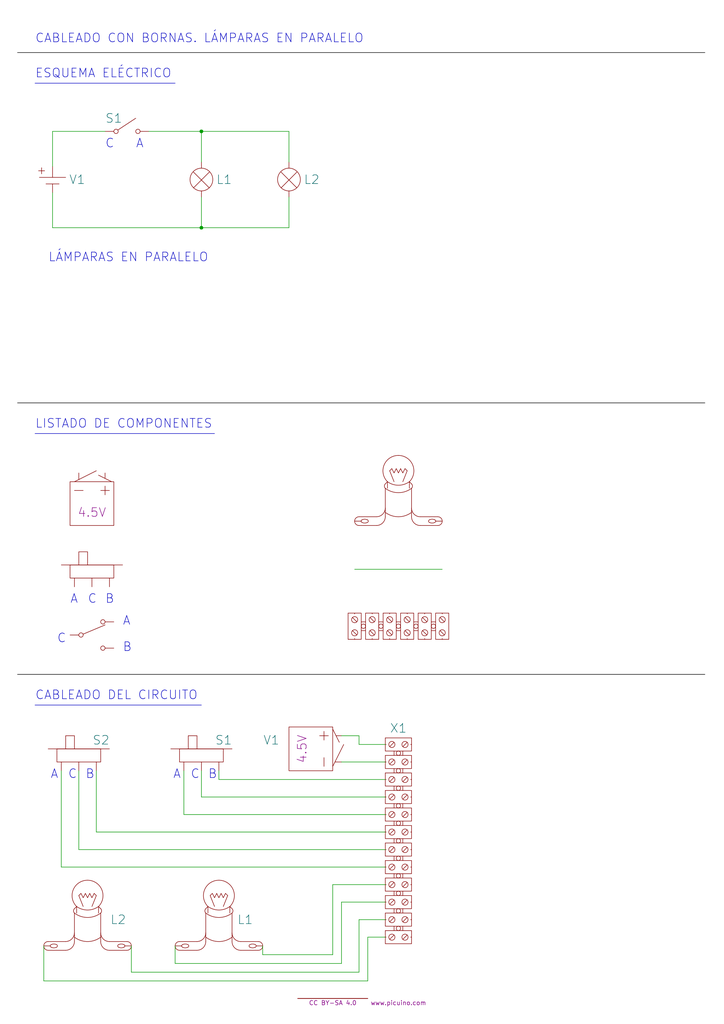
<source format=kicad_sch>
(kicad_sch (version 20211123) (generator eeschema)
  (paper "A4" portrait)
  (title_block (title "CABLEADO CON BORNAS. LÁMPARAS EN PARALELO") (date "14/12/2018") (company "www.picuino.com") (comment 1 "Copyright (c) 2018 by Carlos Pardo") (comment 2 "License CC BY-SA 4.0"))
  (lib_symbols
    (symbol "simbolos:CopyRight" (pin_names (offset 1.016))
      (property "License" "CC BY-SA 4.0" (at -1.27 -1.27 0))
      (property "Web" "www.picuino.com" (at 0 -1.27 0))
      (symbol "CopyRight_0_1"
        (polyline (pts (xy -10.16 0) (xy 10.16 0)) (stroke (width 0.2032)))
      )
    )
    (symbol "simbolos:Pila" (pin_names (offset 1.016))
      (property "Reference" "V" (at 5.08 -4.445 0))
      (symbol "Pila_0_1"
        (polyline (pts (xy -4.064 -1.27) (xy -2.286 -1.27)))
        (polyline (pts (xy -3.81 -3.175) (xy 3.81 -3.175)))
        (polyline (pts (xy -3.175 -0.381) (xy -3.175 -2.159)))
        (polyline (pts (xy -1.905 -5.08) (xy 1.905 -5.08)))
      )
      (symbol "Pila_1_1"
        (pin input line (at 0 -7.62 90) (length 2.54) (name "") (number ""))
        (pin input line (at 0 0 270) (length 3.175) (name "") (number ""))
      )
    )
    (symbol "simbolos:borna_12x2" (pin_names (offset 1.016))
      (property "Reference" "X" (at 3.81 3.81 0))
      (symbol "borna_12x2_0_1"
        (rectangle (start 0 -53.975) (end 7.62 -57.785))
        (rectangle (start 0 -48.895) (end 7.62 -52.705))
        (rectangle (start 0 -43.815) (end 7.62 -47.625))
        (rectangle (start 0 -38.735) (end 7.62 -42.545))
        (rectangle (start 0 -33.655) (end 7.62 -37.465))
        (rectangle (start 0 -28.575) (end 7.62 -32.385))
        (rectangle (start 0 -23.495) (end 7.62 -27.305))
        (rectangle (start 0 -18.415) (end 7.62 -22.225))
        (rectangle (start 0 -13.335) (end 7.62 -17.145))
        (rectangle (start 0 -8.255) (end 7.62 -12.065))
        (rectangle (start 0 -3.175) (end 7.62 -6.985))
        (polyline (pts (xy 1.27 -56.515) (xy 2.54 -55.245)))
        (polyline (pts (xy 1.27 -51.435) (xy 2.54 -50.165)))
        (polyline (pts (xy 1.27 -46.355) (xy 2.54 -45.085)))
        (polyline (pts (xy 1.27 -41.275) (xy 2.54 -40.005)))
        (polyline (pts (xy 1.27 -36.195) (xy 2.54 -34.925)))
        (polyline (pts (xy 1.27 -31.115) (xy 2.54 -29.845)))
        (polyline (pts (xy 1.27 -26.035) (xy 2.54 -24.765)))
        (polyline (pts (xy 1.27 -20.955) (xy 2.54 -19.685)))
        (polyline (pts (xy 1.27 -15.875) (xy 2.54 -14.605)))
        (polyline (pts (xy 1.27 -10.795) (xy 2.54 -9.525)))
        (polyline (pts (xy 1.27 -5.715) (xy 2.54 -4.445)))
        (polyline (pts (xy 1.27 -0.635) (xy 2.54 0.635)))
        (polyline (pts (xy 2.54 -53.975) (xy 2.54 -52.705)))
        (polyline (pts (xy 2.54 -48.895) (xy 2.54 -47.625)))
        (polyline (pts (xy 2.54 -43.815) (xy 2.54 -42.545)))
        (polyline (pts (xy 2.54 -38.735) (xy 2.54 -37.465)))
        (polyline (pts (xy 2.54 -33.655) (xy 2.54 -32.385)))
        (polyline (pts (xy 2.54 -28.575) (xy 2.54 -27.305)))
        (polyline (pts (xy 2.54 -23.495) (xy 2.54 -22.225)))
        (polyline (pts (xy 2.54 -18.415) (xy 2.54 -17.145)))
        (polyline (pts (xy 2.54 -13.335) (xy 2.54 -12.065)))
        (polyline (pts (xy 2.54 -8.255) (xy 2.54 -6.985)))
        (polyline (pts (xy 2.54 -3.175) (xy 2.54 -1.905)))
        (polyline (pts (xy 5.08 -56.515) (xy 6.35 -55.245)))
        (polyline (pts (xy 5.08 -53.975) (xy 5.08 -52.705)))
        (polyline (pts (xy 5.08 -51.435) (xy 6.35 -50.165)))
        (polyline (pts (xy 5.08 -48.895) (xy 5.08 -47.625)))
        (polyline (pts (xy 5.08 -46.355) (xy 6.35 -45.085)))
        (polyline (pts (xy 5.08 -43.815) (xy 5.08 -42.545)))
        (polyline (pts (xy 5.08 -41.275) (xy 6.35 -40.005)))
        (polyline (pts (xy 5.08 -38.735) (xy 5.08 -37.465)))
        (polyline (pts (xy 5.08 -36.195) (xy 6.35 -34.925)))
        (polyline (pts (xy 5.08 -33.655) (xy 5.08 -32.385)))
        (polyline (pts (xy 5.08 -31.115) (xy 6.35 -29.845)))
        (polyline (pts (xy 5.08 -28.575) (xy 5.08 -27.305)))
        (polyline (pts (xy 5.08 -26.035) (xy 6.35 -24.765)))
        (polyline (pts (xy 5.08 -23.495) (xy 5.08 -22.225)))
        (polyline (pts (xy 5.08 -20.955) (xy 6.35 -19.685)))
        (polyline (pts (xy 5.08 -18.415) (xy 5.08 -17.145)))
        (polyline (pts (xy 5.08 -15.875) (xy 6.35 -14.605)))
        (polyline (pts (xy 5.08 -13.335) (xy 5.08 -12.065)))
        (polyline (pts (xy 5.08 -10.795) (xy 6.35 -9.525)))
        (polyline (pts (xy 5.08 -8.255) (xy 5.08 -6.985)))
        (polyline (pts (xy 5.08 -5.715) (xy 6.35 -4.445)))
        (polyline (pts (xy 5.08 -3.175) (xy 5.08 -1.905)))
        (polyline (pts (xy 5.08 -0.635) (xy 6.35 0.635)))
        (rectangle (start 0 1.905) (end 7.62 -1.905))
        (circle (center 1.905 -55.88) (radius 0.889))
        (circle (center 1.905 -50.8) (radius 0.889))
        (circle (center 1.905 -45.72) (radius 0.889))
        (circle (center 1.905 -40.64) (radius 0.889))
        (circle (center 1.905 -35.56) (radius 0.889))
        (circle (center 1.905 -30.48) (radius 0.889))
        (circle (center 1.905 -25.4) (radius 0.889))
        (circle (center 1.905 -20.32) (radius 0.889))
        (circle (center 1.905 -15.24) (radius 0.889))
        (circle (center 1.905 -10.16) (radius 0.889))
        (circle (center 1.905 -5.08) (radius 0.889))
        (circle (center 1.905 0) (radius 0.889))
        (circle (center 3.81 -53.34) (radius 0.635))
        (circle (center 3.81 -48.26) (radius 0.635))
        (circle (center 3.81 -43.18) (radius 0.635))
        (circle (center 3.81 -38.1) (radius 0.635))
        (circle (center 3.81 -33.02) (radius 0.635))
        (circle (center 3.81 -27.94) (radius 0.635))
        (circle (center 3.81 -22.86) (radius 0.635))
        (circle (center 3.81 -17.78) (radius 0.635))
        (circle (center 3.81 -12.7) (radius 0.635))
        (circle (center 3.81 -7.62) (radius 0.635))
        (circle (center 3.81 -2.54) (radius 0.635))
        (circle (center 5.715 -55.88) (radius 0.889))
        (circle (center 5.715 -50.8) (radius 0.889))
        (circle (center 5.715 -45.72) (radius 0.889))
        (circle (center 5.715 -40.64) (radius 0.889))
        (circle (center 5.715 -35.56) (radius 0.889))
        (circle (center 5.715 -30.48) (radius 0.889))
        (circle (center 5.715 -25.4) (radius 0.889))
        (circle (center 5.715 -20.32) (radius 0.889))
        (circle (center 5.715 -15.24) (radius 0.889))
        (circle (center 5.715 -10.16) (radius 0.889))
        (circle (center 5.715 -5.08) (radius 0.889))
        (circle (center 5.715 0) (radius 0.889))
      )
      (symbol "borna_12x2_1_1"
        (pin input line (at 0 -55.88 0) (length 0.254) (name "") (number ""))
        (pin input line (at 0 -50.8 0) (length 0.254) (name "") (number ""))
        (pin input line (at 0 -45.72 0) (length 0.254) (name "") (number ""))
        (pin input line (at 0 -40.64 0) (length 0.254) (name "") (number ""))
        (pin input line (at 0 -35.56 0) (length 0.254) (name "") (number ""))
        (pin input line (at 0 -30.48 0) (length 0.254) (name "") (number ""))
        (pin input line (at 0 -25.4 0) (length 0.254) (name "") (number ""))
        (pin input line (at 0 -20.32 0) (length 0.254) (name "") (number ""))
        (pin input line (at 0 -15.24 0) (length 0.254) (name "") (number ""))
        (pin input line (at 0 -10.16 0) (length 0.254) (name "") (number ""))
        (pin input line (at 0 -5.08 0) (length 0.254) (name "") (number ""))
        (pin input line (at 0 0 0) (length 0.254) (name "") (number ""))
        (pin input line (at 7.62 -55.88 180) (length 0.254) (name "") (number ""))
        (pin input line (at 7.62 -50.8 180) (length 0.254) (name "") (number ""))
        (pin input line (at 7.62 -45.72 180) (length 0.254) (name "") (number ""))
        (pin input line (at 7.62 -40.64 180) (length 0.254) (name "") (number ""))
        (pin input line (at 7.62 -35.56 180) (length 0.254) (name "") (number ""))
        (pin input line (at 7.62 -30.48 180) (length 0.254) (name "") (number ""))
        (pin input line (at 7.62 -25.4 180) (length 0.254) (name "") (number ""))
        (pin input line (at 7.62 -20.32 180) (length 0.254) (name "") (number ""))
        (pin input line (at 7.62 -15.24 180) (length 0.254) (name "") (number ""))
        (pin input line (at 7.62 -10.16 180) (length 0.254) (name "") (number ""))
        (pin input line (at 7.62 -5.08 180) (length 0.254) (name "") (number ""))
        (pin input line (at 7.62 0 180) (length 0.254) (name "") (number ""))
      )
    )
    (symbol "simbolos:borna_6x2" (pin_names (offset 1.016))
      (property "Reference" "X" (at 3.81 3.81 0))
      (symbol "borna_6x2_0_1"
        (rectangle (start 0 -23.495) (end 7.62 -27.305))
        (rectangle (start 0 -18.415) (end 7.62 -22.225))
        (rectangle (start 0 -13.335) (end 7.62 -17.145))
        (rectangle (start 0 -8.255) (end 7.62 -12.065))
        (rectangle (start 0 -3.175) (end 7.62 -6.985))
        (polyline (pts (xy 1.27 -26.035) (xy 2.54 -24.765)))
        (polyline (pts (xy 1.27 -20.955) (xy 2.54 -19.685)))
        (polyline (pts (xy 1.27 -15.875) (xy 2.54 -14.605)))
        (polyline (pts (xy 1.27 -10.795) (xy 2.54 -9.525)))
        (polyline (pts (xy 1.27 -5.715) (xy 2.54 -4.445)))
        (polyline (pts (xy 1.27 -0.635) (xy 2.54 0.635)))
        (polyline (pts (xy 2.54 -23.495) (xy 2.54 -22.225)))
        (polyline (pts (xy 2.54 -18.415) (xy 2.54 -17.145)))
        (polyline (pts (xy 2.54 -13.335) (xy 2.54 -12.065)))
        (polyline (pts (xy 2.54 -8.255) (xy 2.54 -6.985)))
        (polyline (pts (xy 2.54 -3.175) (xy 2.54 -1.905)))
        (polyline (pts (xy 5.08 -26.035) (xy 6.35 -24.765)))
        (polyline (pts (xy 5.08 -23.495) (xy 5.08 -22.225)))
        (polyline (pts (xy 5.08 -20.955) (xy 6.35 -19.685)))
        (polyline (pts (xy 5.08 -18.415) (xy 5.08 -17.145)))
        (polyline (pts (xy 5.08 -15.875) (xy 6.35 -14.605)))
        (polyline (pts (xy 5.08 -13.335) (xy 5.08 -12.065)))
        (polyline (pts (xy 5.08 -10.795) (xy 6.35 -9.525)))
        (polyline (pts (xy 5.08 -8.255) (xy 5.08 -6.985)))
        (polyline (pts (xy 5.08 -5.715) (xy 6.35 -4.445)))
        (polyline (pts (xy 5.08 -3.175) (xy 5.08 -1.905)))
        (polyline (pts (xy 5.08 -0.635) (xy 6.35 0.635)))
        (rectangle (start 0 1.905) (end 7.62 -1.905))
        (circle (center 1.905 -25.4) (radius 0.889))
        (circle (center 1.905 -20.32) (radius 0.889))
        (circle (center 1.905 -15.24) (radius 0.889))
        (circle (center 1.905 -10.16) (radius 0.889))
        (circle (center 1.905 -5.08) (radius 0.889))
        (circle (center 1.905 0) (radius 0.889))
        (circle (center 3.81 -22.86) (radius 0.635))
        (circle (center 3.81 -17.78) (radius 0.635))
        (circle (center 3.81 -12.7) (radius 0.635))
        (circle (center 3.81 -7.62) (radius 0.635))
        (circle (center 3.81 -2.54) (radius 0.635))
        (circle (center 5.715 -25.4) (radius 0.889))
        (circle (center 5.715 -20.32) (radius 0.889))
        (circle (center 5.715 -15.24) (radius 0.889))
        (circle (center 5.715 -10.16) (radius 0.889))
        (circle (center 5.715 -5.08) (radius 0.889))
        (circle (center 5.715 0) (radius 0.889))
      )
      (symbol "borna_6x2_1_1"
        (pin input line (at 0 -25.4 0) (length 0.254) (name "") (number ""))
        (pin input line (at 0 -20.32 0) (length 0.254) (name "") (number ""))
        (pin input line (at 0 -15.24 0) (length 0.254) (name "") (number ""))
        (pin input line (at 0 -10.16 0) (length 0.254) (name "") (number ""))
        (pin input line (at 0 -5.08 0) (length 0.254) (name "") (number ""))
        (pin input line (at 0 0 0) (length 0.254) (name "") (number ""))
        (pin input line (at 7.62 -25.4 180) (length 0.254) (name "") (number ""))
        (pin input line (at 7.62 -20.32 180) (length 0.254) (name "") (number ""))
        (pin input line (at 7.62 -15.24 180) (length 0.254) (name "") (number ""))
        (pin input line (at 7.62 -10.16 180) (length 0.254) (name "") (number ""))
        (pin input line (at 7.62 -5.08 180) (length 0.254) (name "") (number ""))
        (pin input line (at 7.62 0 180) (length 0.254) (name "") (number ""))
      )
    )
    (symbol "simbolos:conmutador" (pin_names (offset 1.016))
      (property "Reference" "S" (at 4.445 3.175 0))
      (symbol "conmutador_0_0"
        (circle (center 3.175 0) (radius 0.635))
        (circle (center 9.525 -3.81) (radius 0.635))
        (circle (center 9.525 3.81) (radius 0.635))
      )
      (symbol "conmutador_0_1"
        (polyline (pts (xy 10.16 2.921) (xy 3.81 0.254)))
      )
      (symbol "conmutador_1_1"
        (pin input line (at 0 0 0) (length 2.54) (name "") (number ""))
        (pin input line (at 12.7 -3.81 180) (length 2.54) (name "") (number ""))
        (pin input line (at 12.7 3.81 180) (length 2.54) (name "") (number ""))
      )
    )
    (symbol "simbolos:interruptor" (pin_names (offset 1.016))
      (property "Reference" "S" (at 4.445 3.175 0))
      (symbol "interruptor_0_0"
        (polyline (pts (xy 8.89 3.81) (xy 3.683 0.381)))
        (circle (center 3.175 0) (radius 0.635))
        (circle (center 9.525 0) (radius 0.635))
      )
      (symbol "interruptor_1_1"
        (pin input line (at 0 0 0) (length 2.54) (name "") (number ""))
        (pin input line (at 12.7 0 180) (length 2.54) (name "") (number ""))
      )
    )
    (symbol "simbolos:lampara" (pin_names (offset 1.016))
      (property "Reference" "L" (at 4.445 -5.08 0))
      (symbol "lampara_0_1"
        (circle (center 0 -5.08) (radius 3.302))
        (polyline (pts (xy -2.286 -7.493) (xy 2.286 -2.921)))
        (polyline (pts (xy -2.286 -2.921) (xy 2.286 -7.493)))
      )
      (symbol "lampara_1_1"
        (pin input line (at 0 -10.16 90) (length 1.778) (name "") (number ""))
        (pin input line (at 0 0 270) (length 1.778) (name "") (number ""))
      )
    )
    (symbol "simbolos:lampara_pack" (pin_names (offset 1.016))
      (property "Reference" "L" (at 17.78 6.35 0))
      (symbol "lampara_pack_0_1"
        (polyline (pts (xy 1.27 -1.27) (xy 6.35 -1.27)))
        (polyline (pts (xy 6.35 1.27) (xy 1.27 1.27)))
        (polyline (pts (xy 8.89 1.27) (xy 8.89 9.525)))
        (polyline (pts (xy 8.89 10.795) (xy 9.525 11.43)))
        (polyline (pts (xy 9.525 11.43) (xy 9.525 9.525)))
        (polyline (pts (xy 11.43 11.43) (xy 10.16 14.605)))
        (polyline (pts (xy 13.97 11.43) (xy 15.24 14.605)))
        (polyline (pts (xy 15.875 11.43) (xy 15.875 9.525)))
        (polyline (pts (xy 16.51 1.27) (xy 16.51 9.525)))
        (polyline (pts (xy 16.51 10.795) (xy 15.875 11.43)))
        (polyline (pts (xy 19.05 1.27) (xy 24.13 1.27)))
        (polyline (pts (xy 24.13 -1.27) (xy 19.05 -1.27)))
        (polyline (pts (xy 10.16 14.605) (xy 10.795 15.24) (xy 11.43 13.97) (xy 12.065 15.24) (xy 12.7 13.97) (xy 13.335 15.24) (xy 13.97 13.97) (xy 14.605 15.24) (xy 15.24 14.605)))
        (arc (start 1.27 1.27) (mid 0 0) (end 1.27 -1.27))
        (arc (start 2.159 -0.381) (mid 2.921 -0.5609) (end 3.683 -0.381))
        (arc (start 2.159 0.381) (mid 1.8844 0) (end 2.159 -0.381))
        (arc (start 3.683 -0.381) (mid 3.9576 0) (end 3.683 0.381))
        (arc (start 3.683 0.381) (mid 2.921 0.5609) (end 2.159 0.381))
        (arc (start 6.35 -1.27) (mid 8.1297 -0.5171) (end 8.89 1.27))
        (arc (start 6.35 1.27) (mid 8.1297 2.0229) (end 8.89 3.81))
        (arc (start 8.89 2.54) (mid 12.7 1.27) (end 16.51 2.54))
        (arc (start 8.89 9.525) (mid 12.7 8.255) (end 16.51 9.525))
        (arc (start 8.89 10.795) (mid 8.627 10.16) (end 8.89 9.525))
        (arc (start 9.525 11.43) (mid 12.7 10.4125) (end 15.875 11.43))
        (arc (start 12.7 19.05) (mid 8.5493 16.3021) (end 9.525 11.43))
        (arc (start 15.875 11.43) (mid 16.8357 16.2958) (end 12.7 19.05))
        (arc (start 16.51 1.27) (mid 17.2523 -0.5349) (end 19.05 -1.27))
        (arc (start 16.51 3.81) (mid 17.2523 2.0051) (end 19.05 1.27))
        (arc (start 16.51 9.525) (mid 16.773 10.16) (end 16.51 10.795))
        (arc (start 21.717 -0.381) (mid 22.479 -0.5609) (end 23.241 -0.381))
        (arc (start 21.717 0.381) (mid 21.4424 0) (end 21.717 -0.381))
        (arc (start 23.241 -0.381) (mid 23.5156 0) (end 23.241 0.381))
        (arc (start 23.241 0.381) (mid 22.479 0.5609) (end 21.717 0.381))
        (arc (start 24.13 -1.27) (mid 25.4 0) (end 24.13 1.27))
      )
      (symbol "lampara_pack_1_1"
        (pin input line (at 0 0 0) (length 1.905) (name "") (number ""))
        (pin input line (at 25.4 0 180) (length 1.905) (name "") (number ""))
      )
    )
    (symbol "simbolos:pila_petaca" (pin_names (offset 1.016))
      (property "Reference" "V" (at 11.43 -8.89 0))
      (property "V" "4.5V" (at 3.81 -12.7 0))
      (symbol "pila_petaca_0_1"
        (rectangle (start -2.54 -2.54) (end 10.16 -15.24))
        (polyline (pts (xy -1.27 -5.08) (xy 1.27 -5.08)))
        (polyline (pts (xy -1.27 -2.54) (xy 5.08 0.635)))
        (polyline (pts (xy 7.62 -3.81) (xy 7.62 -6.35)))
        (polyline (pts (xy 8.89 -5.08) (xy 6.35 -5.08)))
        (polyline (pts (xy 9.525 -2.54) (xy 5.715 -0.635)))
      )
      (symbol "pila_petaca_1_1"
        (pin input line (at 0 0 270) (length 1.905) (name "") (number ""))
        (pin input line (at 7.62 0 270) (length 1.524) (name "") (number ""))
      )
    )
    (symbol "simbolos:selector_pack" (pin_names (offset 1.016))
      (property "Reference" "S" (at 11.43 8.89 0))
      (symbol "selector_pack_0_1"
        (rectangle (start -1.27 6.35) (end 11.43 2.54))
        (polyline (pts (xy 13.97 6.35) (xy -3.81 6.35)))
        (polyline (pts (xy 1.27 6.35) (xy 1.27 10.16) (xy 3.81 10.16) (xy 3.81 6.35)))
      )
      (symbol "selector_pack_1_1"
        (pin input line (at 0 0 90) (length 2.54) (name "") (number ""))
        (pin input line (at 5.08 0 90) (length 2.54) (name "") (number ""))
        (pin input line (at 10.16 0 90) (length 2.54) (name "") (number ""))
      )
    )
  )
  (junction (at 58.42 66.04))
  (junction (at 58.42 38.1))
  (wire (pts (xy 38.1 281.94) (xy 104.14 281.94)))
  (wire (pts (xy 15.24 48.26) (xy 15.24 38.1)))
  (wire (pts (xy 104.14 266.7) (xy 111.76 266.7)))
  (wire (pts (xy 58.42 66.04) (xy 83.82 66.04)))
  (wire (pts (xy 12.7 284.48) (xy 12.7 274.32)))
  (wire (pts (xy 76.2 274.32) (xy 76.2 276.86)))
  (wire (pts (xy 58.42 231.14) (xy 111.76 231.14)))
  (wire (pts (xy 99.06 220.98) (xy 111.76 220.98)))
  (wire (pts (xy 50.8 274.32) (xy 50.8 279.4)))
  (polyline (pts (xy 5.08 116.84) (xy 204.47 116.84)) (stroke (width 0) (type solid) (color 0 0 0 1)))
  (wire (pts (xy 106.68 284.48) (xy 12.7 284.48)))
  (wire (pts (xy 63.5 226.06) (xy 63.5 223.52)))
  (wire (pts (xy 111.76 236.22) (xy 53.34 236.22)))
  (wire (pts (xy 111.76 241.3) (xy 27.94 241.3)))
  (wire (pts (xy 102.87 165.1) (xy 128.27 165.1)))
  (wire (pts (xy 15.24 66.04) (xy 15.24 55.88)))
  (wire (pts (xy 104.14 266.7) (xy 104.14 281.94)))
  (wire (pts (xy 76.2 276.86) (xy 96.52 276.86)))
  (wire (pts (xy 83.82 66.04) (xy 83.82 57.15)))
  (wire (pts (xy 50.8 279.4) (xy 99.06 279.4)))
  (wire (pts (xy 111.76 226.06) (xy 63.5 226.06)))
  (polyline (pts (xy 10.16 24.13) (xy 50.8 24.13)) (stroke (width 0) (type solid)))
  (wire (pts (xy 99.06 261.62) (xy 111.76 261.62)))
  (wire (pts (xy 111.76 271.78) (xy 106.68 271.78)))
  (polyline (pts (xy 10.16 125.73) (xy 62.23 125.73)) (stroke (width 0) (type solid)))
  (wire (pts (xy 96.52 256.54) (xy 111.76 256.54)))
  (wire (pts (xy 43.18 38.1) (xy 58.42 38.1)))
  (wire (pts (xy 17.78 223.52) (xy 17.78 251.46)))
  (wire (pts (xy 104.14 215.9) (xy 104.14 213.36)))
  (wire (pts (xy 22.86 246.38) (xy 111.76 246.38)))
  (wire (pts (xy 58.42 223.52) (xy 58.42 231.14)))
  (wire (pts (xy 99.06 261.62) (xy 99.06 279.4)))
  (wire (pts (xy 58.42 38.1) (xy 83.82 38.1)))
  (wire (pts (xy 106.68 271.78) (xy 106.68 284.48)))
  (wire (pts (xy 53.34 236.22) (xy 53.34 223.52)))
  (wire (pts (xy 58.42 57.15) (xy 58.42 66.04)))
  (wire (pts (xy 15.24 66.04) (xy 58.42 66.04)))
  (wire (pts (xy 38.1 274.32) (xy 38.1 281.94)))
  (polyline (pts (xy 5.08 15.24) (xy 204.47 15.24)) (stroke (width 0) (type solid) (color 0 0 0 1)))
  (wire (pts (xy 15.24 38.1) (xy 30.48 38.1)))
  (wire (pts (xy 96.52 256.54) (xy 96.52 276.86)))
  (polyline (pts (xy 10.16 204.47) (xy 58.42 204.47)) (stroke (width 0) (type solid)))
  (wire (pts (xy 104.14 215.9) (xy 111.76 215.9)))
  (wire (pts (xy 83.82 38.1) (xy 83.82 46.99)))
  (wire (pts (xy 104.14 213.36) (xy 99.06 213.36)))
  (wire (pts (xy 111.76 251.46) (xy 17.78 251.46)))
  (wire (pts (xy 27.94 241.3) (xy 27.94 223.52)))
  (wire (pts (xy 22.86 223.52) (xy 22.86 246.38)))
  (polyline (pts (xy 5.08 195.58) (xy 204.47 195.58)) (stroke (width 0) (type solid) (color 0 0 0 1)))
  (wire (pts (xy 58.42 46.99) (xy 58.42 38.1)))
  (text "B" (at 30.48 175.26 0) (effects (font (size 2.54 2.54)) (justify left bottom)))
  (text "B" (at 60.325 226.06 0) (effects (font (size 2.54 2.54)) (justify left bottom)))
  (text "ESQUEMA ELÉCTRICO" (at 10.16 22.86 0) (effects (font (size 2.54 2.54)) (justify left bottom)))
  (text "A" (at 50.165 226.06 0) (effects (font (size 2.54 2.54)) (justify left bottom)))
  (text "C" (at 55.245 226.06 0) (effects (font (size 2.54 2.54)) (justify left bottom)))
  (text "CABLEADO CON BORNAS. LÁMPARAS EN PARALELO" (at 10.16 12.7 0) (effects (font (size 2.54 2.54)) (justify left bottom)))
  (text "A" (at 39.37 43.18 0) (effects (font (size 2.54 2.54)) (justify left bottom)))
  (text "CABLEADO DEL CIRCUITO" (at 10.16 203.2 0) (effects (font (size 2.54 2.54)) (justify left bottom)))
  (text "B" (at 35.56 189.23 0) (effects (font (size 2.54 2.54)) (justify left bottom)))
  (text "C" (at 25.4 175.26 0) (effects (font (size 2.54 2.54)) (justify left bottom)))
  (text "C" (at 30.48 43.18 0) (effects (font (size 2.54 2.54)) (justify left bottom)))
  (text "LISTADO DE COMPONENTES" (at 10.16 124.46 0) (effects (font (size 2.54 2.54)) (justify left bottom)))
  (text "A" (at 14.605 226.06 0) (effects (font (size 2.54 2.54)) (justify left bottom)))
  (text "A" (at 20.32 175.26 0) (effects (font (size 2.54 2.54)) (justify left bottom)))
  (text "A" (at 35.56 181.61 0) (effects (font (size 2.54 2.54)) (justify left bottom)))
  (text "C" (at 16.51 186.69 0) (effects (font (size 2.54 2.54)) (justify left bottom)))
  (text "LÁMPARAS EN PARALELO" (at 13.97 76.2 0) (effects (font (size 2.54 2.54)) (justify left bottom)))
  (text "C" (at 19.685 226.06 0) (effects (font (size 2.54 2.54)) (justify left bottom)))
  (text "B" (at 24.765 226.06 0) (effects (font (size 2.54 2.54)) (justify left bottom)))
  (symbol (lib_id "simbolos:CopyRight") (at 96.52 289.56 0) (unit 1)
    (property "Reference" "CP1" (effects hide))
    (property "License" "CC BY-SA 4.0" (at 96.52 290.83 0))
    (property "Web" "www.picuino.com" (at 115.57 290.83 0))
  )
  (symbol (lib_id "simbolos:Pila") (at 15.24 48.26 0) (unit 1)
    (property "Reference" "V1" (at 19.8882 52.07 0) (effects (font (size 2.54 2.54)) (justify left)))
  )
  (symbol (lib_id "simbolos:selector_pack") (at 53.34 223.52 0) (unit 1)
    (property "Reference" "S1" (at 62.23 214.63 0) (effects (font (size 2.54 2.54)) (justify left)))
  )
  (symbol (lib_id "simbolos:pila_petaca") (at 22.86 137.16 0) (unit 1)
    (property "Reference" "V?" (effects hide))
    (property "V" "4.5V" (at 26.67 148.59 0) (effects (font (size 2.54 2.54))))
  )
  (symbol (lib_id "simbolos:borna_6x2") (at 128.27 177.8 270) (unit 1)
    (property "Reference" "X?" (effects hide))
  )
  (symbol (lib_id "simbolos:lampara_pack") (at 50.8 274.32 0) (unit 1)
    (property "Reference" "L1" (at 71.12 266.7 0) (effects (font (size 2.54 2.54))))
  )
  (symbol (lib_id "simbolos:interruptor") (at 30.48 38.1 0) (unit 1)
    (property "Reference" "S1" (at 33.02 34.29 0) (effects (font (size 2.54 2.54))))
  )
  (symbol (lib_id "simbolos:lampara_pack") (at 12.7 274.32 0) (unit 1)
    (property "Reference" "L2" (at 34.29 266.7 0) (effects (font (size 2.54 2.54))))
  )
  (symbol (lib_id "simbolos:selector_pack") (at 21.59 170.18 0) (unit 1)
    (property "Reference" "S?" (effects hide))
  )
  (symbol (lib_id "simbolos:borna_12x2") (at 111.76 215.9 0) (unit 1)
    (property "Reference" "X1" (at 115.57 211.1756 0) (effects (font (size 2.54 2.54))))
  )
  (symbol (lib_id "simbolos:lampara_pack") (at 102.87 151.13 0) (unit 1)
    (property "Reference" "L?" (effects hide))
  )
  (symbol (lib_id "simbolos:conmutador") (at 20.32 184.15 0) (unit 1)
    (property "Reference" "S?" (effects hide))
  )
  (symbol (lib_id "simbolos:lampara") (at 83.82 46.99 0) (unit 1)
    (property "Reference" "L2" (at 87.9602 52.07 0) (effects (font (size 2.54 2.54)) (justify left)))
  )
  (symbol (lib_id "simbolos:pila_petaca") (at 99.06 220.98 270) (mirror x) (unit 1)
    (property "Reference" "V1" (at 76.2 214.63 90) (effects (font (size 2.54 2.54)) (justify left)))
    (property "V" "4.5V" (at 87.63 217.17 0) (effects (font (size 2.54 2.54))))
  )
  (symbol (lib_id "simbolos:lampara") (at 58.42 46.99 0) (unit 1)
    (property "Reference" "L1" (at 62.5602 52.07 0) (effects (font (size 2.54 2.54)) (justify left)))
  )
  (symbol (lib_id "simbolos:selector_pack") (at 17.78 223.52 0) (unit 1)
    (property "Reference" "S2" (at 26.67 214.63 0) (effects (font (size 2.54 2.54)) (justify left)))
  )
)
</source>
